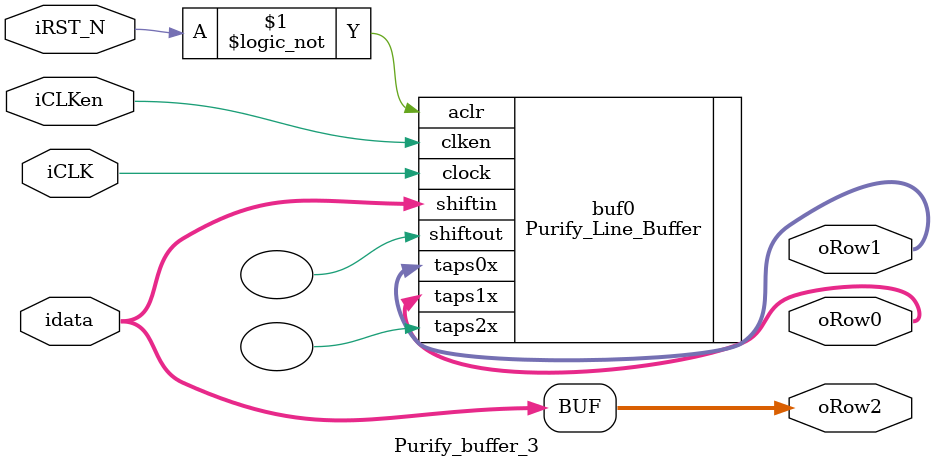
<source format=v>
module Purify_buffer_3(
    input         iCLK,
    input         iRST_N,
    input         iCLKen,
    input  [7:0]  idata,
    output [7:0]  oRow0,
    output [7:0]  oRow1,
    output [7:0]  oRow2
);

assign oRow2 = idata;

Purify_Line_Buffer buf0(
	.aclr(!iRST_N),
    .clken(iCLKen),
	.clock(iCLK),
	.shiftin(idata),
	.shiftout(),
	.taps0x(oRow1),
	.taps1x(oRow0),
    .taps2x()
);

endmodule
</source>
